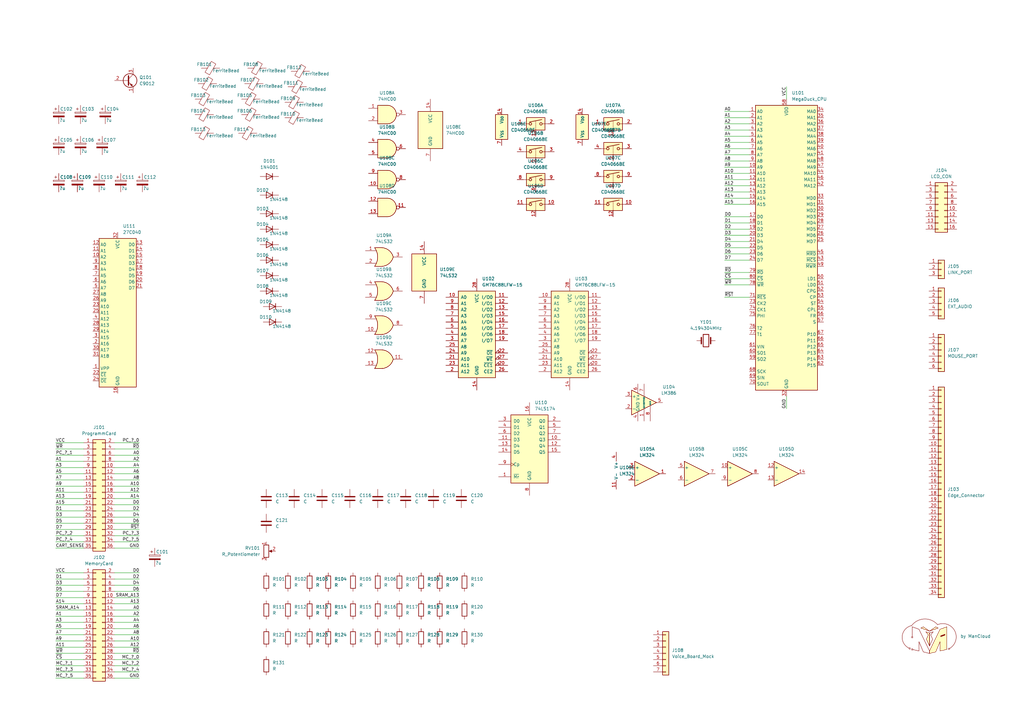
<source format=kicad_sch>
(kicad_sch (version 20250114) (generator "eeschema") (generator_version "9.0")
  (paper "A3")
  (title_block (title "MegaDuck - SJC - Main Board") (date "2025-12-12") (rev "v20251212") (company "ManCloud"))
  (wire (pts (xy 297.18 73.66) (xy 307.34 73.66)))
  (wire (pts (xy 307.34 88.9) (xy 297.18 88.9)))
  (wire (pts (xy 22.86 242.57) (xy 34.29 242.57)))
  (wire (pts (xy 46.99 191.77) (xy 57.15 191.77)))
  (wire (pts (xy 46.99 201.93) (xy 57.15 201.93)))
  (wire (pts (xy 22.86 265.43) (xy 34.29 265.43)))
  (wire (pts (xy 46.99 260.35) (xy 57.15 260.35)))
  (wire (pts (xy 46.99 181.61) (xy 57.15 181.61)))
  (wire (pts (xy 46.99 186.69) (xy 57.15 186.69)))
  (wire (pts (xy 322.58 162.56) (xy 322.58 167.64)))
  (wire (pts (xy 46.99 222.25) (xy 57.15 222.25)))
  (wire (pts (xy 22.86 209.55) (xy 34.29 209.55)))
  (wire (pts (xy 46.99 196.85) (xy 57.15 196.85)))
  (wire (pts (xy 307.34 58.42) (xy 297.18 58.42)))
  (wire (pts (xy 22.86 240.03) (xy 34.29 240.03)))
  (wire (pts (xy 46.99 224.79) (xy 57.15 224.79)))
  (wire (pts (xy 46.99 204.47) (xy 57.15 204.47)))
  (wire (pts (xy 46.99 270.51) (xy 57.15 270.51)))
  (wire (pts (xy 22.86 194.31) (xy 34.29 194.31)))
  (wire (pts (xy 46.99 219.71) (xy 57.15 219.71)))
  (wire (pts (xy 46.99 255.27) (xy 57.15 255.27)))
  (wire (pts (xy 22.86 219.71) (xy 34.29 219.71)))
  (wire (pts (xy 22.86 250.19) (xy 34.29 250.19)))
  (wire (pts (xy 46.99 214.63) (xy 57.15 214.63)))
  (wire (pts (xy 46.99 199.39) (xy 57.15 199.39)))
  (wire (pts (xy 22.86 278.13) (xy 34.29 278.13)))
  (wire (pts (xy 297.18 83.82) (xy 307.34 83.82)))
  (wire (pts (xy 22.86 207.01) (xy 34.29 207.01)))
  (wire (pts (xy 46.99 247.65) (xy 57.15 247.65)))
  (wire (pts (xy 297.18 114.3) (xy 307.34 114.3)))
  (wire (pts (xy 297.18 106.68) (xy 307.34 106.68)))
  (wire (pts (xy 22.86 257.81) (xy 34.29 257.81)))
  (wire (pts (xy 22.86 252.73) (xy 34.29 252.73)))
  (wire (pts (xy 22.86 273.05) (xy 34.29 273.05)))
  (wire (pts (xy 46.99 189.23) (xy 57.15 189.23)))
  (wire (pts (xy 307.34 99.06) (xy 297.18 99.06)))
  (wire (pts (xy 22.86 181.61) (xy 34.29 181.61)))
  (wire (pts (xy 307.34 45.72) (xy 297.18 45.72)))
  (wire (pts (xy 22.86 247.65) (xy 34.29 247.65)))
  (wire (pts (xy 22.86 189.23) (xy 34.29 189.23)))
  (wire (pts (xy 46.99 217.17) (xy 57.15 217.17)))
  (wire (pts (xy 22.86 186.69) (xy 34.29 186.69)))
  (wire (pts (xy 22.86 224.79) (xy 34.29 224.79)))
  (wire (pts (xy 307.34 60.96) (xy 297.18 60.96)))
  (wire (pts (xy 46.99 278.13) (xy 57.15 278.13)))
  (wire (pts (xy 22.86 245.11) (xy 34.29 245.11)))
  (wire (pts (xy 297.18 78.74) (xy 307.34 78.74)))
  (wire (pts (xy 46.99 207.01) (xy 57.15 207.01)))
  (wire (pts (xy 307.34 48.26) (xy 297.18 48.26)))
  (wire (pts (xy 307.34 66.04) (xy 297.18 66.04)))
  (wire (pts (xy 22.86 237.49) (xy 34.29 237.49)))
  (wire (pts (xy 322.58 35.56) (xy 322.58 40.64)))
  (wire (pts (xy 46.99 262.89) (xy 57.15 262.89)))
  (wire (pts (xy 22.86 255.27) (xy 34.29 255.27)))
  (wire (pts (xy 46.99 273.05) (xy 57.15 273.05)))
  (wire (pts (xy 46.99 212.09) (xy 57.15 212.09)))
  (wire (pts (xy 297.18 116.84) (xy 307.34 116.84)))
  (wire (pts (xy 307.34 53.34) (xy 297.18 53.34)))
  (wire (pts (xy 307.34 121.92) (xy 297.18 121.92)))
  (wire (pts (xy 297.18 76.2) (xy 307.34 76.2)))
  (wire (pts (xy 46.99 240.03) (xy 57.15 240.03)))
  (wire (pts (xy 46.99 245.11) (xy 57.15 245.11)))
  (wire (pts (xy 22.86 217.17) (xy 34.29 217.17)))
  (wire (pts (xy 307.34 50.8) (xy 297.18 50.8)))
  (wire (pts (xy 22.86 270.51) (xy 34.29 270.51)))
  (wire (pts (xy 46.99 209.55) (xy 57.15 209.55)))
  (wire (pts (xy 22.86 204.47) (xy 34.29 204.47)))
  (wire (pts (xy 22.86 191.77) (xy 34.29 191.77)))
  (wire (pts (xy 297.18 101.6) (xy 307.34 101.6)))
  (wire (pts (xy 22.86 260.35) (xy 34.29 260.35)))
  (wire (pts (xy 297.18 71.12) (xy 307.34 71.12)))
  (wire (pts (xy 22.86 267.97) (xy 34.29 267.97)))
  (wire (pts (xy 46.99 237.49) (xy 57.15 237.49)))
  (wire (pts (xy 46.99 275.59) (xy 57.15 275.59)))
  (wire (pts (xy 307.34 63.5) (xy 297.18 63.5)))
  (wire (pts (xy 22.86 222.25) (xy 34.29 222.25)))
  (wire (pts (xy 22.86 199.39) (xy 34.29 199.39)))
  (wire (pts (xy 297.18 81.28) (xy 307.34 81.28)))
  (wire (pts (xy 22.86 212.09) (xy 34.29 212.09)))
  (wire (pts (xy 22.86 184.15) (xy 34.29 184.15)))
  (wire (pts (xy 307.34 68.58) (xy 297.18 68.58)))
  (wire (pts (xy 46.99 267.97) (xy 57.15 267.97)))
  (wire (pts (xy 307.34 111.76) (xy 297.18 111.76)))
  (wire (pts (xy 307.34 55.88) (xy 297.18 55.88)))
  (wire (pts (xy 307.34 104.14) (xy 297.18 104.14)))
  (wire (pts (xy 46.99 252.73) (xy 57.15 252.73)))
  (wire (pts (xy 46.99 250.19) (xy 57.15 250.19)))
  (wire (pts (xy 46.99 257.81) (xy 57.15 257.81)))
  (wire (pts (xy 46.99 234.95) (xy 57.15 234.95)))
  (wire (pts (xy 297.18 96.52) (xy 307.34 96.52)))
  (wire (pts (xy 46.99 265.43) (xy 57.15 265.43)))
  (wire (pts (xy 22.86 262.89) (xy 34.29 262.89)))
  (wire (pts (xy 46.99 194.31) (xy 57.15 194.31)))
  (wire (pts (xy 297.18 91.44) (xy 307.34 91.44)))
  (wire (pts (xy 22.86 275.59) (xy 34.29 275.59)))
  (wire (pts (xy 22.86 196.85) (xy 34.29 196.85)))
  (wire (pts (xy 22.86 234.95) (xy 34.29 234.95)))
  (wire (pts (xy 46.99 242.57) (xy 57.15 242.57)))
  (wire (pts (xy 22.86 214.63) (xy 34.29 214.63)))
  (wire (pts (xy 307.34 93.98) (xy 297.18 93.98)))
  (wire (pts (xy 22.86 201.93) (xy 34.29 201.93)))
  (wire (pts (xy 46.99 184.15) (xy 57.15 184.15)))
  (label "A2" (at 57.15 189.23 180))
  (label "D1" (at 22.86 237.49 0))
  (label "SRAM_A13" (at 57.15 245.11 180))
  (label "D4" (at 297.18 99.06 0))
  (label "GND" (at 57.15 224.79 180))
  (label "A0" (at 297.18 45.72 0))
  (label "A5" (at 22.86 194.31 0))
  (label "A7" (at 22.86 196.85 0))
  (label "A14" (at 297.18 81.28 0))
  (label "A1" (at 22.86 252.73 0))
  (label "MC_?_4" (at 57.15 275.59 180))
  (label "A4" (at 57.15 191.77 180))
  (label "MC_?_3" (at 22.86 275.59 0))
  (label "D0" (at 57.15 207.01 180))
  (label "D6" (at 297.18 104.14 0))
  (label "A3" (at 297.18 53.34 0))
  (label "A14" (at 57.15 204.47 180))
  (label "~{RD}" (at 297.18 111.76 0))
  (label "A5" (at 22.86 257.81 0))
  (label "A10" (at 57.15 262.89 180))
  (label "A10" (at 297.18 71.12 0))
  (label "CART_SENSE" (at 22.86 224.79 0))
  (label "A3" (at 22.86 255.27 0))
  (label "D5" (at 22.86 214.63 0))
  (label "PC_?_1" (at 22.86 186.69 0))
  (label "D7" (at 22.86 245.11 0))
  (label "A2" (at 297.18 50.8 0))
  (label "~{RD}" (at 57.15 184.15 180))
  (label "D3" (at 22.86 212.09 0))
  (label "A14" (at 22.86 247.65 0))
  (label "D2" (at 57.15 209.55 180))
  (label "A11" (at 22.86 201.93 0))
  (label "D7" (at 297.18 106.68 0))
  (label "D4" (at 57.15 212.09 180))
  (label "A4" (at 297.18 55.88 0))
  (label "PC_?_0" (at 57.15 181.61 180))
  (label "D3" (at 22.86 240.03 0))
  (label "PC_?_2" (at 22.86 219.71 0))
  (label "MC_?_2" (at 57.15 273.05 180))
  (label "A12" (at 297.18 76.2 0))
  (label "A15" (at 297.18 83.82 0))
  (label "A11" (at 22.86 265.43 0))
  (label "D5" (at 297.18 101.6 0))
  (label "GND" (at 322.58 167.64 90))
  (label "A9" (at 22.86 262.89 0))
  (label "A3" (at 22.86 191.77 0))
  (label "A8" (at 297.18 66.04 0))
  (label "D2" (at 297.18 93.98 0))
  (label "A5" (at 297.18 58.42 0))
  (label "A13" (at 57.15 247.65 180))
  (label "A2" (at 57.15 252.73 180))
  (label "A15" (at 22.86 207.01 0))
  (label "A8" (at 57.15 260.35 180))
  (label "A6" (at 57.15 194.31 180))
  (label "A7" (at 297.18 63.5 0))
  (label "VCC" (at 22.86 181.61 0))
  (label "VCC" (at 322.58 35.56 270))
  (label "VCC" (at 22.86 234.95 0))
  (label "D7" (at 22.86 217.17 0))
  (label "D1" (at 22.86 209.55 0))
  (label "PC_?_3" (at 57.15 219.71 180))
  (label "A1" (at 297.18 48.26 0))
  (label "SRAM_A14" (at 22.86 250.19 0))
  (label "D1" (at 297.18 91.44 0))
  (label "D4" (at 57.15 240.03 180))
  (label "~{RST}" (at 57.15 217.17 180))
  (label "A11" (at 297.18 73.66 0))
  (label "D5" (at 22.86 242.57 0))
  (label "D0" (at 57.15 234.95 180))
  (label "~{WR}" (at 297.18 116.84 0))
  (label "A7" (at 22.86 260.35 0))
  (label "A8" (at 57.15 196.85 180))
  (label "GND" (at 57.15 278.13 180))
  (label "A0" (at 57.15 186.69 180))
  (label "A4" (at 57.15 255.27 180))
  (label "A6" (at 57.15 257.81 180))
  (label "PC_?_5" (at 57.15 222.25 180))
  (label "A12" (at 57.15 201.93 180))
  (label "A0" (at 57.15 250.19 180))
  (label "MC_?_1" (at 22.86 273.05 0))
  (label "A10" (at 57.15 199.39 180))
  (label "A1" (at 22.86 189.23 0))
  (label "A13" (at 297.18 78.74 0))
  (label "~{RD}" (at 57.15 267.97 180))
  (label "A12" (at 57.15 265.43 180))
  (label "A9" (at 297.18 68.58 0))
  (label "PC_?_4" (at 22.86 222.25 0))
  (label "~{CS}" (at 22.86 270.51 0))
  (label "D3" (at 297.18 96.52 0))
  (label "~{CS}" (at 297.18 114.3 0))
  (label "A13" (at 22.86 204.47 0))
  (label "D6" (at 57.15 214.63 180))
  (label "~{RST}" (at 297.18 121.92 0))
  (label "~{WR}" (at 22.86 267.97 0))
  (label "~{WR}" (at 22.86 184.15 0))
  (label "MC_?_5" (at 22.86 278.13 0))
  (label "MC_?_0" (at 57.15 270.51 180))
  (label "D6" (at 57.15 242.57 180))
  (label "D0" (at 297.18 88.9 0))
  (label "A9" (at 22.86 199.39 0))
  (label "A6" (at 297.18 60.96 0))
  (label "D2" (at 57.15 237.49 180))
  (symbol (lib_id "Device:R") (at 118.11 250.19 0) (unit 1)
    (property "Reference" "R112" (at 120.65 248.9199 0) (effects (justify left)))
    (property "Value" "R" (at 120.65 251.4599 0) (effects (justify left)))
    (property "Description" "Resistor" (effects (hide yes)))
  )
  (symbol (lib_id "74xx:74LS32") (at 157.48 133.35 0) (unit 3)
    (property "Reference" "U109" (at 157.48 124.46 0))
    (property "Value" "74LS32" (at 157.48 127 0))
    (property "Datasheet" "http://www.ti.com/lit/gpn/sn74LS32" (effects (hide yes)))
    (property "Description" "Quad 2-input OR" (effects (hide yes)))
  )
  (symbol (lib_id "Device:C_Polarized") (at 33.02 46.99 0) (unit 1)
    (property "Reference" "C103" (at 33.528 44.704 0) (effects (justify left)))
    (property "Value" "?u" (at 33.274 49.276 0) (effects (justify left)))
    (property "Description" "Polarized capacitor" (effects (hide yes)))
  )
  (symbol (lib_id "Device:C") (at 109.22 204.47 0) (unit 1)
    (property "Reference" "C113" (at 113.03 203.1999 0) (effects (justify left)))
    (property "Value" "C" (at 113.03 205.7399 0) (effects (justify left)))
    (property "Description" "Unpolarized capacitor" (effects (hide yes)))
  )
  (symbol (lib_id "Connector_Generic:Conn_02x08_Odd_Even") (at 384.81 83.82 0) (unit 1)
    (property "Reference" "J104" (at 386.08 69.85 0))
    (property "Value" "LCD_CON" (at 386.08 72.39 0))
    (property "Description" "Generic connector, double row, 02x08, odd/even pin numbering scheme (row 1 odd numbers, row 2 even numbers), script generated (kicad-library-utils/schlib/autogen/connector/)" (effects (hide yes)))
  )
  (symbol (lib_id "Device:C_Polarized") (at 58.42 74.93 0) (unit 1)
    (property "Reference" "C112" (at 58.928 72.644 0) (effects (justify left)))
    (property "Value" "?u" (at 58.674 77.216 0) (effects (justify left)))
    (property "Description" "Polarized capacitor" (effects (hide yes)))
  )
  (symbol (lib_id "Device:R") (at 118.11 261.62 0) (unit 1)
    (property "Reference" "R122" (at 120.65 260.3499 0) (effects (justify left)))
    (property "Value" "R" (at 120.65 262.8899 0) (effects (justify left)))
    (property "Description" "Resistor" (effects (hide yes)))
  )
  (symbol (lib_id "Device:C") (at 132.08 204.47 0) (unit 1)
    (property "Reference" "C115" (at 135.89 203.1999 0) (effects (justify left)))
    (property "Value" "C" (at 135.89 205.7399 0) (effects (justify left)))
    (property "Description" "Unpolarized capacitor" (effects (hide yes)))
  )
  (symbol (lib_id "Device:C_Polarized") (at 24.13 46.99 0) (unit 1)
    (property "Reference" "C102" (at 24.638 44.704 0) (effects (justify left)))
    (property "Value" "?u" (at 24.384 49.276 0) (effects (justify left)))
    (property "Description" "Polarized capacitor" (effects (hide yes)))
  )
  (symbol (lib_id "Gekkio_GameBoy:GameBoy_SRAM_64K") (at 195.58 137.16 0) (unit 1)
    (property "Reference" "U102" (at 197.7233 114.3 0) (effects (justify left)))
    (property "Value" "GM76C88LFW-15" (at 197.7233 116.84 0) (effects (justify left)))
    (property "Footprint" "Gekkio_GameBoy:SOP-28_8.6x18mm_Pitch1.27mm" (effects (hide yes)))
    (property "Description" "Game Boy SRAM chip, 64 Kbit (8 Kb x 8)" (effects (hide yes)))
  )
  (symbol (lib_id "Amplifier_Operational:LM324") (at 255.27 193.04 0) (unit 5)
    (property "Reference" "U105" (at 254 191.7699 0) (effects (justify left)))
    (property "Value" "LM324" (at 254 194.3099 0) (effects (justify left)))
    (property "Datasheet" "http://www.ti.com/lit/ds/symlink/lm2902-n.pdf" (effects (hide yes)))
    (property "Description" "Low-Power, Quad-Operational Amplifiers, DIP-14/SOIC-14/SSOP-14" (effects (hide yes)))
  )
  (symbol (lib_id "Device:R") (at 134.62 250.19 0) (unit 1)
    (property "Reference" "R114" (at 137.16 248.9199 0) (effects (justify left)))
    (property "Value" "R" (at 137.16 251.4599 0) (effects (justify left)))
    (property "Description" "Resistor" (effects (hide yes)))
  )
  (symbol (lib_id "Device:R") (at 144.78 261.62 0) (unit 1)
    (property "Reference" "R125" (at 147.32 260.3499 0) (effects (justify left)))
    (property "Value" "R" (at 147.32 262.8899 0) (effects (justify left)))
    (property "Description" "Resistor" (effects (hide yes)))
  )
  (symbol (lib_id "Diode:1N4148") (at 110.49 119.38 180) (unit 1)
    (property "Reference" "D108" (at 107.696 117.348 0))
    (property "Value" "1N4148" (at 114.3 121.158 0))
    (property "Footprint" "Diode_THT:D_DO-35_SOD27_P7.62mm_Horizontal" (effects (hide yes)))
    (property "Datasheet" "https://assets.nexperia.com/documents/data-sheet/1N4148_1N4448.pdf" (effects (hide yes)))
    (property "Description" "100V 0.15A standard switching diode, DO-35" (effects (hide yes)))
    (property "Sim.Device" "D" (effects (hide yes)))
    (property "Sim.Pins" "1=K 2=A" (effects (hide yes)))
  )
  (symbol (lib_id "Device:R") (at 154.94 250.19 0) (unit 1)
    (property "Reference" "R116" (at 157.48 248.9199 0) (effects (justify left)))
    (property "Value" "R" (at 157.48 251.4599 0) (effects (justify left)))
    (property "Description" "Resistor" (effects (hide yes)))
  )
  (symbol (lib_id "Device:FerriteBead") (at 120.65 48.26 90) (unit 1)
    (property "Reference" "FB110" (at 118.11 46.736 90))
    (property "Value" "FerriteBead" (at 127 49.276 90))
    (property "Description" "Ferrite bead" (effects (hide yes)))
  )
  (symbol (lib_id "Device:R") (at 172.72 238.76 0) (unit 1)
    (property "Reference" "R108" (at 175.26 237.4899 0) (effects (justify left)))
    (property "Value" "R" (at 175.26 240.0299 0) (effects (justify left)))
    (property "Description" "Resistor" (effects (hide yes)))
  )
  (symbol (lib_id "Device:R") (at 109.22 238.76 0) (unit 1)
    (property "Reference" "R101" (at 111.76 237.4899 0) (effects (justify left)))
    (property "Value" "R" (at 111.76 240.0299 0) (effects (justify left)))
    (property "Description" "Resistor" (effects (hide yes)))
  )
  (symbol (lib_id "Device:FerriteBead") (at 121.92 35.56 90) (unit 1)
    (property "Reference" "FB111" (at 119.38 34.036 90))
    (property "Value" "FerriteBead" (at 128.27 36.576 90))
    (property "Description" "Ferrite bead" (effects (hide yes)))
  )
  (symbol (lib_id "Device:R") (at 154.94 261.62 0) (unit 1)
    (property "Reference" "R126" (at 157.48 260.3499 0) (effects (justify left)))
    (property "Value" "R" (at 157.48 262.8899 0) (effects (justify left)))
    (property "Description" "Resistor" (effects (hide yes)))
  )
  (symbol (lib_id "Connector_Generic:Conn_02x18_Odd_Even") (at 39.37 201.93 0) (unit 1)
    (property "Reference" "J101" (at 40.64 175.26 0))
    (property "Value" "ProgrammCard" (at 40.64 177.8 0))
    (property "Description" "Generic connector, double row, 02x18, odd/even pin numbering scheme (row 1 odd numbers, row 2 even numbers), script generated (kicad-library-utils/schlib/autogen/connector/)" (effects (hide yes)))
  )
  (symbol (lib_id "Diode:1N4148") (at 110.49 106.68 180) (unit 1)
    (property "Reference" "D106" (at 107.696 104.648 0))
    (property "Value" "1N4148" (at 114.3 108.458 0))
    (property "Footprint" "Diode_THT:D_DO-35_SOD27_P7.62mm_Horizontal" (effects (hide yes)))
    (property "Datasheet" "https://assets.nexperia.com/documents/data-sheet/1N4148_1N4448.pdf" (effects (hide yes)))
    (property "Description" "100V 0.15A standard switching diode, DO-35" (effects (hide yes)))
    (property "Sim.Device" "D" (effects (hide yes)))
    (property "Sim.Pins" "1=K 2=A" (effects (hide yes)))
  )
  (symbol (lib_id "Device:C_Polarized") (at 63.5 228.6 0) (unit 1)
    (property "Reference" "C101" (at 64.008 226.314 0) (effects (justify left)))
    (property "Value" "?u" (at 63.754 230.886 0) (effects (justify left)))
    (property "Description" "Polarized capacitor" (effects (hide yes)))
  )
  (symbol (lib_id "Gekkio_CPU_Nintendo:GameBoy_CPU_DMG") (at 322.58 101.6 0) (unit 1)
    (property "Reference" "U101" (at 324.7233 38.1 0) (effects (justify left)))
    (property "Value" "MegaDuck_CPU" (at 324.7233 40.64 0) (effects (justify left)))
    (property "Footprint" "Gekkio_Package_QFP:Sharp_QFP-80_14x20mm_P0.8mm" (effects (hide yes)))
    (property "Description" "CPU, original Game Boy (DMG), QFP-80" (effects (hide yes)))
  )
  (symbol (lib_id "Device:R") (at 190.5 261.62 0) (unit 1)
    (property "Reference" "R130" (at 193.04 260.3499 0) (effects (justify left)))
    (property "Value" "R" (at 193.04 262.8899 0) (effects (justify left)))
    (property "Description" "Resistor" (effects (hide yes)))
  )
  (symbol (lib_id "Device:FerriteBead") (at 102.87 40.64 90) (unit 1)
    (property "Reference" "FB105" (at 100.33 39.116 90))
    (property "Value" "FerriteBead" (at 109.22 41.656 90))
    (property "Description" "Ferrite bead" (effects (hide yes)))
  )
  (symbol (lib_id "Device:R") (at 180.34 238.76 0) (unit 1)
    (property "Reference" "R109" (at 182.88 237.4899 0) (effects (justify left)))
    (property "Value" "R" (at 182.88 240.0299 0) (effects (justify left)))
    (property "Description" "Resistor" (effects (hide yes)))
  )
  (symbol (lib_id "Device:C_Polarized") (at 24.13 74.93 0) (unit 1)
    (property "Reference" "C108" (at 24.638 72.644 0) (effects (justify left)))
    (property "Value" "?u" (at 24.384 77.216 0) (effects (justify left)))
    (property "Description" "Polarized capacitor" (effects (hide yes)))
  )
  (symbol (lib_id "Device:C") (at 189.23 204.47 0) (unit 1)
    (property "Reference" "C120" (at 193.04 203.1999 0) (effects (justify left)))
    (property "Value" "C" (at 193.04 205.7399 0) (effects (justify left)))
    (property "Description" "Unpolarized capacitor" (effects (hide yes)))
  )
  (symbol (lib_id "Device:R") (at 180.34 261.62 0) (unit 1)
    (property "Reference" "R129" (at 182.88 260.3499 0) (effects (justify left)))
    (property "Value" "R" (at 182.88 262.8899 0) (effects (justify left)))
    (property "Description" "Resistor" (effects (hide yes)))
  )
  (symbol (lib_id "Device:R") (at 109.22 250.19 0) (unit 1)
    (property "Reference" "R111" (at 111.76 248.9199 0) (effects (justify left)))
    (property "Value" "R" (at 111.76 251.4599 0) (effects (justify left)))
    (property "Description" "Resistor" (effects (hide yes)))
  )
  (symbol (lib_id "Device:R_Potentiometer") (at 109.22 226.06 0) (unit 1)
    (property "Reference" "RV101" (at 106.68 224.7899 0) (effects (justify right)))
    (property "Value" "R_Potentiometer" (at 106.68 227.3299 0) (effects (justify right)))
    (property "Description" "Potentiometer" (effects (hide yes)))
  )
  (symbol (lib_id "Gekkio_GameBoy:GameBoy_SRAM_64K") (at 233.68 137.16 0) (unit 1)
    (property "Reference" "U103" (at 235.8233 114.3 0) (effects (justify left)))
    (property "Value" "GM76C88LFW-15" (at 235.8233 116.84 0) (effects (justify left)))
    (property "Footprint" "Gekkio_GameBoy:SOP-28_8.6x18mm_Pitch1.27mm" (effects (hide yes)))
    (property "Description" "Game Boy SRAM chip, 64 Kbit (8 Kb x 8)" (effects (hide yes)))
  )
  (symbol (lib_id "Device:R") (at 163.83 261.62 0) (unit 1)
    (property "Reference" "R127" (at 166.37 260.3499 0) (effects (justify left)))
    (property "Value" "R" (at 166.37 262.8899 0) (effects (justify left)))
    (property "Description" "Resistor" (effects (hide yes)))
  )
  (symbol (lib_id "74xx:74LS32") (at 157.48 119.38 0) (unit 2)
    (property "Reference" "U109" (at 157.48 110.49 0))
    (property "Value" "74LS32" (at 157.48 113.03 0))
    (property "Datasheet" "http://www.ti.com/lit/gpn/sn74LS32" (effects (hide yes)))
    (property "Description" "Quad 2-input OR" (effects (hide yes)))
  )
  (symbol (lib_id "Diode:1N4148") (at 110.49 80.01 180) (unit 1)
    (property "Reference" "D102" (at 107.696 77.978 0))
    (property "Value" "1N4148" (at 114.3 81.788 0))
    (property "Footprint" "Diode_THT:D_DO-35_SOD27_P7.62mm_Horizontal" (effects (hide yes)))
    (property "Datasheet" "https://assets.nexperia.com/documents/data-sheet/1N4148_1N4448.pdf" (effects (hide yes)))
    (property "Description" "100V 0.15A standard switching diode, DO-35" (effects (hide yes)))
    (property "Sim.Device" "D" (effects (hide yes)))
    (property "Sim.Pins" "1=K 2=A" (effects (hide yes)))
  )
  (symbol (lib_id "Device:R") (at 163.83 238.76 0) (unit 1)
    (property "Reference" "R107" (at 166.37 237.4899 0) (effects (justify left)))
    (property "Value" "R" (at 166.37 240.0299 0) (effects (justify left)))
    (property "Description" "Resistor" (effects (hide yes)))
  )
  (symbol (lib_id "Device:C_Polarized") (at 24.13 59.69 0) (unit 1)
    (property "Reference" "C105" (at 24.638 57.404 0) (effects (justify left)))
    (property "Value" "?u" (at 24.384 61.976 0) (effects (justify left)))
    (property "Description" "Polarized capacitor" (effects (hide yes)))
  )
  (symbol (lib_id "Analog_Switch:CD4066BE") (at 219.71 50.8 0) (unit 1)
    (property "Reference" "U106" (at 219.71 43.18 0))
    (property "Value" "CD4066BE" (at 219.71 45.72 0))
    (property "Footprint" "Package_DIP:DIP-14_W7.62mm" (effects (hide yes)))
    (property "Datasheet" "https://www.ti.com/lit/ds/symlink/cd4066b.pdf" (effects (hide yes)))
    (property "Description" "Quad 20V analog SPST 1:1 switch, DIP-14" (effects (hide yes)))
  )
  (symbol (lib_id "Diode:1N4001") (at 110.49 72.39 0) (mirror y) (unit 1)
    (property "Reference" "D101" (at 110.49 66.04 0))
    (property "Value" "1N4001" (at 110.49 68.58 0))
    (property "Footprint" "Diode_THT:D_DO-41_SOD81_P10.16mm_Horizontal" (effects (hide yes)))
    (property "Datasheet" "http://www.vishay.com/docs/88503/1n4001.pdf" (effects (hide yes)))
    (property "Description" "50V 1A General Purpose Rectifier Diode, DO-41" (effects (hide yes)))
    (property "Sim.Device" "D" (effects (hide yes)))
    (property "Sim.Pins" "1=K 2=A" (effects (hide yes)))
  )
  (symbol (lib_id "Device:R") (at 190.5 250.19 0) (unit 1)
    (property "Reference" "R120" (at 193.04 248.9199 0) (effects (justify left)))
    (property "Value" "R" (at 193.04 251.4599 0) (effects (justify left)))
    (property "Description" "Resistor" (effects (hide yes)))
  )
  (symbol (lib_id "Device:R") (at 190.5 238.76 0) (unit 1)
    (property "Reference" "R110" (at 193.04 237.4899 0) (effects (justify left)))
    (property "Value" "R" (at 193.04 240.0299 0) (effects (justify left)))
    (property "Description" "Resistor" (effects (hide yes)))
  )
  (symbol (lib_id "Device:R") (at 127 238.76 0) (unit 1)
    (property "Reference" "R103" (at 129.54 237.4899 0) (effects (justify left)))
    (property "Value" "R" (at 129.54 240.0299 0) (effects (justify left)))
    (property "Description" "Resistor" (effects (hide yes)))
  )
  (symbol (lib_id "Analog_Switch:CD4066BE") (at 251.46 50.8 0) (unit 1)
    (property "Reference" "U107" (at 251.46 43.18 0))
    (property "Value" "CD4066BE" (at 251.46 45.72 0))
    (property "Footprint" "Package_DIP:DIP-14_W7.62mm" (effects (hide yes)))
    (property "Datasheet" "https://www.ti.com/lit/ds/symlink/cd4066b.pdf" (effects (hide yes)))
    (property "Description" "Quad 20V analog SPST 1:1 switch, DIP-14" (effects (hide yes)))
  )
  (symbol (lib_id "Analog_Switch:CD4066BE") (at 219.71 73.66 0) (unit 3)
    (property "Reference" "U106" (at 219.71 66.04 0))
    (property "Value" "CD4066BE" (at 219.71 68.58 0))
    (property "Footprint" "Package_DIP:DIP-14_W7.62mm" (effects (hide yes)))
    (property "Datasheet" "https://www.ti.com/lit/ds/symlink/cd4066b.pdf" (effects (hide yes)))
    (property "Description" "Quad 20V analog SPST 1:1 switch, DIP-14" (effects (hide yes)))
  )
  (symbol (lib_id "Device:FerriteBead") (at 104.14 34.29 90) (unit 1)
    (property "Reference" "FB107" (at 101.6 32.766 90))
    (property "Value" "FerriteBead" (at 110.49 35.306 90))
    (property "Description" "Ferrite bead" (effects (hide yes)))
  )
  (symbol (lib_id "Device:FerriteBead") (at 120.65 41.91 90) (unit 1)
    (property "Reference" "FB109" (at 118.11 40.386 90))
    (property "Value" "FerriteBead" (at 127 42.926 90))
    (property "Description" "Ferrite bead" (effects (hide yes)))
  )
  (symbol (lib_id "Analog_Switch:CD4066BE") (at 238.76 52.07 0) (unit 5)
    (property "Reference" "U107" (at 242.57 50.7999 0) (effects (justify left)))
    (property "Value" "CD4066BE" (at 242.57 53.3399 0) (effects (justify left)))
    (property "Footprint" "Package_DIP:DIP-14_W7.62mm" (effects (hide yes)))
    (property "Datasheet" "https://www.ti.com/lit/ds/symlink/cd4066b.pdf" (effects (hide yes)))
    (property "Description" "Quad 20V analog SPST 1:1 switch, DIP-14" (effects (hide yes)))
  )
  (symbol (lib_id "Diode:1N4148") (at 110.49 87.63 180) (unit 1)
    (property "Reference" "D103" (at 107.696 85.598 0))
    (property "Value" "1N4148" (at 114.3 89.408 0))
    (property "Footprint" "Diode_THT:D_DO-35_SOD27_P7.62mm_Horizontal" (effects (hide yes)))
    (property "Datasheet" "https://assets.nexperia.com/documents/data-sheet/1N4148_1N4448.pdf" (effects (hide yes)))
    (property "Description" "100V 0.15A standard switching diode, DO-35" (effects (hide yes)))
    (property "Sim.Device" "D" (effects (hide yes)))
    (property "Sim.Pins" "1=K 2=A" (effects (hide yes)))
  )
  (symbol (lib_id "Device:FerriteBead") (at 83.82 46.99 90) (unit 1)
    (property "Reference" "FB104" (at 81.28 45.466 90))
    (property "Value" "FerriteBead" (at 90.17 48.006 90))
    (property "Description" "Ferrite bead" (effects (hide yes)))
  )
  (symbol (lib_id "Memory_EPROM:27C040") (at 48.26 128.27 0) (unit 1)
    (property "Reference" "U111" (at 50.4033 92.71 0) (effects (justify left)))
    (property "Value" "27C040" (at 50.4033 95.25 0) (effects (justify left)))
    (property "Datasheet" "http://ww1.microchip.com/downloads/en/devicedoc/doc0189.pdf" (effects (hide yes)))
    (property "Description" "OTP EPROM 4 MiBit (512 Ki x 8)" (effects (hide yes)))
  )
  (symbol (lib_id "Transistor_BJT:Q_PNP_EBC") (at 52.07 33.02 0) (unit 1)
    (property "Reference" "Q101" (at 57.15 31.7499 0) (effects (justify left)))
    (property "Value" "C9012" (at 57.15 34.2899 0) (effects (justify left)))
    (property "Description" "PNP transistor, emitter/base/collector" (effects (hide yes)))
  )
  (symbol (lib_id "Connector_Generic:Conn_01x07") (at 273.05 267.97 0) (unit 1)
    (property "Reference" "J108" (at 275.59 266.6999 0) (effects (justify left)))
    (property "Value" "Voice_Board_Mock" (at 275.59 269.2399 0) (effects (justify left)))
    (property "Description" "Generic connector, single row, 01x07, script generated (kicad-library-utils/schlib/autogen/connector/)" (effects (hide yes)))
  )
  (symbol (lib_id "Device:C_Polarized") (at 40.64 74.93 0) (unit 1)
    (property "Reference" "C110" (at 41.148 72.644 0) (effects (justify left)))
    (property "Value" "?u" (at 40.894 77.216 0) (effects (justify left)))
    (property "Description" "Polarized capacitor" (effects (hide yes)))
  )
  (symbol (lib_id "Device:R") (at 109.22 261.62 0) (unit 1)
    (property "Reference" "R121" (at 111.76 260.3499 0) (effects (justify left)))
    (property "Value" "R" (at 111.76 262.8899 0) (effects (justify left)))
    (property "Description" "Resistor" (effects (hide yes)))
  )
  (symbol (lib_id "Diode:1N4148") (at 110.49 93.98 180) (unit 1)
    (property "Reference" "D104" (at 107.696 91.948 0))
    (property "Value" "1N4148" (at 114.3 95.758 0))
    (property "Footprint" "Diode_THT:D_DO-35_SOD27_P7.62mm_Horizontal" (effects (hide yes)))
    (property "Datasheet" "https://assets.nexperia.com/documents/data-sheet/1N4148_1N4448.pdf" (effects (hide yes)))
    (property "Description" "100V 0.15A standard switching diode, DO-35" (effects (hide yes)))
    (property "Sim.Device" "D" (effects (hide yes)))
    (property "Sim.Pins" "1=K 2=A" (effects (hide yes)))
  )
  (symbol (lib_id "Device:Crystal") (at 289.56 139.7 0) (unit 1)
    (property "Reference" "Y101" (at 289.56 132.08 0))
    (property "Value" "4.194304MHz" (at 289.56 134.62 0))
    (property "Description" "Two pin crystal" (effects (hide yes)))
  )
  (symbol (lib_id "Device:R") (at 163.83 250.19 0) (unit 1)
    (property "Reference" "R117" (at 166.37 248.9199 0) (effects (justify left)))
    (property "Value" "R" (at 166.37 251.4599 0) (effects (justify left)))
    (property "Description" "Resistor" (effects (hide yes)))
  )
  (symbol (lib_id "Device:FerriteBead") (at 123.19 29.21 90) (unit 1)
    (property "Reference" "FB112" (at 120.65 27.686 90))
    (property "Value" "FerriteBead" (at 129.54 30.226 90))
    (property "Description" "Ferrite bead" (effects (hide yes)))
  )
  (symbol (lib_id "Amplifier_Operational:LM324") (at 303.53 194.31 0) (unit 3)
    (property "Reference" "U105" (at 303.53 184.15 0))
    (property "Value" "LM324" (at 303.53 186.69 0))
    (property "Datasheet" "http://www.ti.com/lit/ds/symlink/lm2902-n.pdf" (effects (hide yes)))
    (property "Description" "Low-Power, Quad-Operational Amplifiers, DIP-14/SOIC-14/SSOP-14" (effects (hide yes)))
  )
  (symbol (lib_id "Device:C_Polarized") (at 33.02 59.69 0) (unit 1)
    (property "Reference" "C106" (at 33.528 57.404 0) (effects (justify left)))
    (property "Value" "?u" (at 33.274 61.976 0) (effects (justify left)))
    (property "Description" "Polarized capacitor" (effects (hide yes)))
  )
  (symbol (lib_id "Device:R") (at 172.72 261.62 0) (unit 1)
    (property "Reference" "R128" (at 175.26 260.3499 0) (effects (justify left)))
    (property "Value" "R" (at 175.26 262.8899 0) (effects (justify left)))
    (property "Description" "Resistor" (effects (hide yes)))
  )
  (symbol (lib_id "Device:R") (at 144.78 238.76 0) (unit 1)
    (property "Reference" "R105" (at 147.32 237.4899 0) (effects (justify left)))
    (property "Value" "R" (at 147.32 240.0299 0) (effects (justify left)))
    (property "Description" "Resistor" (effects (hide yes)))
  )
  (symbol (lib_id "Analog_Switch:CD4066BE") (at 219.71 83.82 0) (unit 4)
    (property "Reference" "U106" (at 219.71 76.2 0))
    (property "Value" "CD4066BE" (at 219.71 78.74 0))
    (property "Footprint" "Package_DIP:DIP-14_W7.62mm" (effects (hide yes)))
    (property "Datasheet" "https://www.ti.com/lit/ds/symlink/cd4066b.pdf" (effects (hide yes)))
    (property "Description" "Quad 20V analog SPST 1:1 switch, DIP-14" (effects (hide yes)))
  )
  (symbol (lib_id "Device:FerriteBead") (at 85.09 34.29 90) (unit 1)
    (property "Reference" "FB102" (at 82.55 32.766 90))
    (property "Value" "FerriteBead" (at 91.44 35.306 90))
    (property "Description" "Ferrite bead" (effects (hide yes)))
  )
  (symbol (lib_id "Diode:1N4148") (at 110.49 100.33 180) (unit 1)
    (property "Reference" "D105" (at 107.696 98.298 0))
    (property "Value" "1N4148" (at 114.3 102.108 0))
    (property "Footprint" "Diode_THT:D_DO-35_SOD27_P7.62mm_Horizontal" (effects (hide yes)))
    (property "Datasheet" "https://assets.nexperia.com/documents/data-sheet/1N4148_1N4448.pdf" (effects (hide yes)))
    (property "Description" "100V 0.15A standard switching diode, DO-35" (effects (hide yes)))
    (property "Sim.Device" "D" (effects (hide yes)))
    (property "Sim.Pins" "1=K 2=A" (effects (hide yes)))
  )
  (symbol (lib_id "Analog_Switch:CD4066BE") (at 251.46 60.96 0) (unit 2)
    (property "Reference" "U107" (at 251.46 53.34 0))
    (property "Value" "CD4066BE" (at 251.46 55.88 0))
    (property "Footprint" "Package_DIP:DIP-14_W7.62mm" (effects (hide yes)))
    (property "Datasheet" "https://www.ti.com/lit/ds/symlink/cd4066b.pdf" (effects (hide yes)))
    (property "Description" "Quad 20V analog SPST 1:1 switch, DIP-14" (effects (hide yes)))
  )
  (symbol (lib_id "Device:R") (at 118.11 238.76 0) (unit 1)
    (property "Reference" "R102" (at 120.65 237.4899 0) (effects (justify left)))
    (property "Value" "R" (at 120.65 240.0299 0) (effects (justify left)))
    (property "Description" "Resistor" (effects (hide yes)))
  )
  (symbol (lib_id "Device:FerriteBead") (at 105.41 27.94 90) (unit 1)
    (property "Reference" "FB108" (at 102.87 26.416 90))
    (property "Value" "FerriteBead" (at 111.76 28.956 90))
    (property "Description" "Ferrite bead" (effects (hide yes)))
  )
  (symbol (lib_id "Device:C") (at 120.65 204.47 0) (unit 1)
    (property "Reference" "C114" (at 124.46 203.1999 0) (effects (justify left)))
    (property "Value" "C" (at 124.46 205.7399 0) (effects (justify left)))
    (property "Description" "Unpolarized capacitor" (effects (hide yes)))
  )
  (symbol (lib_id "74xx:74HC00") (at 176.53 53.34 0) (unit 5)
    (property "Reference" "U108" (at 182.88 52.0699 0) (effects (justify left)))
    (property "Value" "74HC00" (at 182.88 54.6099 0) (effects (justify left)))
    (property "Datasheet" "http://www.ti.com/lit/gpn/sn74hc00" (effects (hide yes)))
    (property "Description" "quad 2-input NAND gate" (effects (hide yes)))
  )
  (symbol (lib_id "Diode:1N4148") (at 111.76 132.08 180) (unit 1)
    (property "Reference" "D110" (at 108.966 130.048 0))
    (property "Value" "1N4148" (at 115.57 133.858 0))
    (property "Footprint" "Diode_THT:D_DO-35_SOD27_P7.62mm_Horizontal" (effects (hide yes)))
    (property "Datasheet" "https://assets.nexperia.com/documents/data-sheet/1N4148_1N4448.pdf" (effects (hide yes)))
    (property "Description" "100V 0.15A standard switching diode, DO-35" (effects (hide yes)))
    (property "Sim.Device" "D" (effects (hide yes)))
    (property "Sim.Pins" "1=K 2=A" (effects (hide yes)))
  )
  (symbol (lib_id "Device:R") (at 134.62 238.76 0) (unit 1)
    (property "Reference" "R104" (at 137.16 237.4899 0) (effects (justify left)))
    (property "Value" "R" (at 137.16 240.0299 0) (effects (justify left)))
    (property "Description" "Resistor" (effects (hide yes)))
  )
  (symbol (lib_id "Device:C") (at 154.94 204.47 0) (unit 1)
    (property "Reference" "C117" (at 158.75 203.1999 0) (effects (justify left)))
    (property "Value" "C" (at 158.75 205.7399 0) (effects (justify left)))
    (property "Description" "Unpolarized capacitor" (effects (hide yes)))
  )
  (symbol (lib_id "Device:FerriteBead") (at 101.6 54.61 90) (unit 1)
    (property "Reference" "FB114" (at 99.06 53.086 90))
    (property "Value" "FerriteBead" (at 107.95 55.626 90))
    (property "Description" "Ferrite bead" (effects (hide yes)))
  )
  (symbol (lib_id "Connector_Generic:Conn_01x03") (at 386.08 110.49 0) (unit 1)
    (property "Reference" "J105" (at 388.62 109.2199 0) (effects (justify left)))
    (property "Value" "LINK_PORT" (at 388.62 111.7599 0) (effects (justify left)))
    (property "Description" "Generic connector, single row, 01x03, script generated (kicad-library-utils/schlib/autogen/connector/)" (effects (hide yes)))
  )
  (symbol (lib_id "74xx:74HC00") (at 158.75 60.96 0) (unit 2)
    (property "Reference" "U108" (at 158.7417 52.07 0))
    (property "Value" "74HC00" (at 158.7417 54.61 0))
    (property "Datasheet" "http://www.ti.com/lit/gpn/sn74hc00" (effects (hide yes)))
    (property "Description" "quad 2-input NAND gate" (effects (hide yes)))
  )
  (symbol (lib_id "Device:R") (at 144.78 250.19 0) (unit 1)
    (property "Reference" "R115" (at 147.32 248.9199 0) (effects (justify left)))
    (property "Value" "R" (at 147.32 251.4599 0) (effects (justify left)))
    (property "Description" "Resistor" (effects (hide yes)))
  )
  (symbol (lib_id "Connector_Generic:Conn_01x05") (at 386.08 124.46 0) (unit 1)
    (property "Reference" "J106" (at 388.62 123.1899 0) (effects (justify left)))
    (property "Value" "EXT_AUDIO" (at 388.62 125.7299 0) (effects (justify left)))
    (property "Description" "Generic connector, single row, 01x05, script generated (kicad-library-utils/schlib/autogen/connector/)" (effects (hide yes)))
  )
  (symbol (lib_id "Amplifier_Operational:LM324") (at 322.58 194.31 0) (unit 4)
    (property "Reference" "U105" (at 322.58 184.15 0))
    (property "Value" "LM324" (at 322.58 186.69 0))
    (property "Datasheet" "http://www.ti.com/lit/ds/symlink/lm2902-n.pdf" (effects (hide yes)))
    (property "Description" "Low-Power, Quad-Operational Amplifiers, DIP-14/SOIC-14/SSOP-14" (effects (hide yes)))
  )
  (symbol (lib_id "Diode:1N4148") (at 110.49 113.03 180) (unit 1)
    (property "Reference" "D107" (at 107.696 110.998 0))
    (property "Value" "1N4148" (at 114.3 114.808 0))
    (property "Footprint" "Diode_THT:D_DO-35_SOD27_P7.62mm_Horizontal" (effects (hide yes)))
    (property "Datasheet" "https://assets.nexperia.com/documents/data-sheet/1N4148_1N4448.pdf" (effects (hide yes)))
    (property "Description" "100V 0.15A standard switching diode, DO-35" (effects (hide yes)))
    (property "Sim.Device" "D" (effects (hide yes)))
    (property "Sim.Pins" "1=K 2=A" (effects (hide yes)))
  )
  (symbol (lib_id "Device:R") (at 154.94 238.76 0) (unit 1)
    (property "Reference" "R106" (at 157.48 237.4899 0) (effects (justify left)))
    (property "Value" "R" (at 157.48 240.0299 0) (effects (justify left)))
    (property "Description" "Resistor" (effects (hide yes)))
  )
  (symbol (lib_id "Device:R") (at 172.72 250.19 0) (unit 1)
    (property "Reference" "R118" (at 175.26 248.9199 0) (effects (justify left)))
    (property "Value" "R" (at 175.26 251.4599 0) (effects (justify left)))
    (property "Description" "Resistor" (effects (hide yes)))
  )
  (symbol (lib_id "Connector_Generic:Conn_02x18_Odd_Even") (at 39.37 255.27 0) (unit 1)
    (property "Reference" "J102" (at 40.64 228.6 0))
    (property "Value" "MemoryCard" (at 40.64 231.14 0))
    (property "Description" "Generic connector, double row, 02x18, odd/even pin numbering scheme (row 1 odd numbers, row 2 even numbers), script generated (kicad-library-utils/schlib/autogen/connector/)" (effects (hide yes)))
  )
  (symbol (lib_id "Device:C") (at 109.22 214.63 0) (unit 1)
    (property "Reference" "C121" (at 113.03 213.3599 0) (effects (justify left)))
    (property "Value" "C" (at 113.03 215.8999 0) (effects (justify left)))
    (property "Description" "Unpolarized capacitor" (effects (hide yes)))
  )
  (symbol (lib_id "74xx:74HC00") (at 158.75 46.99 0) (unit 1)
    (property "Reference" "U108" (at 158.7417 38.1 0))
    (property "Value" "74HC00" (at 158.7417 40.64 0))
    (property "Datasheet" "http://www.ti.com/lit/gpn/sn74hc00" (effects (hide yes)))
    (property "Description" "quad 2-input NAND gate" (effects (hide yes)))
  )
  (symbol (lib_id "Device:R") (at 180.34 250.19 0) (unit 1)
    (property "Reference" "R119" (at 182.88 248.9199 0) (effects (justify left)))
    (property "Value" "R" (at 182.88 251.4599 0) (effects (justify left)))
    (property "Description" "Resistor" (effects (hide yes)))
  )
  (symbol (lib_id "Device:R") (at 127 261.62 0) (unit 1)
    (property "Reference" "R123" (at 129.54 260.3499 0) (effects (justify left)))
    (property "Value" "R" (at 129.54 262.8899 0) (effects (justify left)))
    (property "Description" "Resistor" (effects (hide yes)))
  )
  (symbol (lib_id "Device:FerriteBead") (at 83.82 40.64 90) (unit 1)
    (property "Reference" "FB103" (at 81.28 39.116 90))
    (property "Value" "FerriteBead" (at 90.17 41.656 90))
    (property "Description" "Ferrite bead" (effects (hide yes)))
  )
  (symbol (lib_id "Device:FerriteBead") (at 83.82 54.61 90) (unit 1)
    (property "Reference" "FB113" (at 81.28 53.086 90))
    (property "Value" "FerriteBead" (at 90.17 55.626 90))
    (property "Description" "Ferrite bead" (effects (hide yes)))
  )
  (symbol (lib_id "Analog_Switch:CD4066BE") (at 219.71 62.23 0) (unit 2)
    (property "Reference" "U106" (at 219.71 54.61 0))
    (property "Value" "CD4066BE" (at 219.71 57.15 0))
    (property "Footprint" "Package_DIP:DIP-14_W7.62mm" (effects (hide yes)))
    (property "Datasheet" "https://www.ti.com/lit/ds/symlink/cd4066b.pdf" (effects (hide yes)))
    (property "Description" "Quad 20V analog SPST 1:1 switch, DIP-14" (effects (hide yes)))
  )
  (symbol (lib_id "Connector_Generic:Conn_01x06") (at 386.08 143.51 0) (unit 1)
    (property "Reference" "J107" (at 388.62 143.5099 0) (effects (justify left)))
    (property "Value" "MOUSE_PORT" (at 388.62 146.0499 0) (effects (justify left)))
    (property "Description" "Generic connector, single row, 01x06, script generated (kicad-library-utils/schlib/autogen/connector/)" (effects (hide yes)))
  )
  (symbol (lib_id "Device:C_Polarized") (at 43.18 46.99 0) (unit 1)
    (property "Reference" "C104" (at 43.688 44.704 0) (effects (justify left)))
    (property "Value" "?u" (at 43.434 49.276 0) (effects (justify left)))
    (property "Description" "Polarized capacitor" (effects (hide yes)))
  )
  (symbol (lib_id "74xx:74HC00") (at 158.75 85.09 0) (unit 4)
    (property "Reference" "U108" (at 158.7417 76.2 0))
    (property "Value" "74HC00" (at 158.7417 78.74 0))
    (property "Datasheet" "http://www.ti.com/lit/gpn/sn74hc00" (effects (hide yes)))
    (property "Description" "quad 2-input NAND gate" (effects (hide yes)))
  )
  (symbol (lib_id "Device:R") (at 127 250.19 0) (unit 1)
    (property "Reference" "R113" (at 129.54 248.9199 0) (effects (justify left)))
    (property "Value" "R" (at 129.54 251.4599 0) (effects (justify left)))
    (property "Description" "Resistor" (effects (hide yes)))
  )
  (symbol (lib_id "Device:R") (at 134.62 261.62 0) (unit 1)
    (property "Reference" "R124" (at 137.16 260.3499 0) (effects (justify left)))
    (property "Value" "R" (at 137.16 262.8899 0) (effects (justify left)))
    (property "Description" "Resistor" (effects (hide yes)))
  )
  (symbol (lib_id "Device:C_Polarized") (at 31.75 74.93 0) (unit 1)
    (property "Reference" "C109" (at 32.258 72.644 0) (effects (justify left)))
    (property "Value" "?u" (at 32.004 77.216 0) (effects (justify left)))
    (property "Description" "Polarized capacitor" (effects (hide yes)))
  )
  (symbol (lib_id "Device:C_Polarized") (at 41.91 59.69 0) (unit 1)
    (property "Reference" "C107" (at 42.418 57.404 0) (effects (justify left)))
    (property "Value" "?u" (at 42.164 61.976 0) (effects (justify left)))
    (property "Description" "Polarized capacitor" (effects (hide yes)))
  )
  (symbol (lib_id "Device:C") (at 143.51 204.47 0) (unit 1)
    (property "Reference" "C116" (at 147.32 203.1999 0) (effects (justify left)))
    (property "Value" "C" (at 147.32 205.7399 0) (effects (justify left)))
    (property "Description" "Unpolarized capacitor" (effects (hide yes)))
  )
  (symbol (lib_id "Analog_Switch:CD4066BE") (at 205.74 52.07 0) (unit 5)
    (property "Reference" "U106" (at 209.55 50.7999 0) (effects (justify left)))
    (property "Value" "CD4066BE" (at 209.55 53.3399 0) (effects (justify left)))
    (property "Footprint" "Package_DIP:DIP-14_W7.62mm" (effects (hide yes)))
    (property "Datasheet" "https://www.ti.com/lit/ds/symlink/cd4066b.pdf" (effects (hide yes)))
    (property "Description" "Quad 20V analog SPST 1:1 switch, DIP-14" (effects (hide yes)))
  )
  (symbol (lib_id "Amplifier_Operational:LM324") (at 265.43 194.31 0) (unit 1)
    (property "Reference" "U105" (at 265.43 184.15 0))
    (property "Value" "LM324" (at 265.43 186.69 0))
    (property "Datasheet" "http://www.ti.com/lit/ds/symlink/lm2902-n.pdf" (effects (hide yes)))
    (property "Description" "Low-Power, Quad-Operational Amplifiers, DIP-14/SOIC-14/SSOP-14" (effects (hide yes)))
  )
  (symbol (lib_id "Analog_Switch:CD4066BE") (at 251.46 72.39 0) (unit 3)
    (property "Reference" "U107" (at 251.46 64.77 0))
    (property "Value" "CD4066BE" (at 251.46 67.31 0))
    (property "Footprint" "Package_DIP:DIP-14_W7.62mm" (effects (hide yes)))
    (property "Datasheet" "https://www.ti.com/lit/ds/symlink/cd4066b.pdf" (effects (hide yes)))
    (property "Description" "Quad 20V analog SPST 1:1 switch, DIP-14" (effects (hide yes)))
  )
  (symbol (lib_id "Device:FerriteBead") (at 102.87 46.99 90) (unit 1)
    (property "Reference" "FB106" (at 100.33 45.466 90))
    (property "Value" "FerriteBead" (at 109.22 48.006 90))
    (property "Description" "Ferrite bead" (effects (hide yes)))
  )
  (symbol (lib_id "Amplifier_Audio:LM386") (at 264.16 165.1 0) (unit 1)
    (property "Reference" "U104" (at 274.32 158.6798 0))
    (property "Value" "LM386" (at 274.32 161.2198 0))
    (property "Datasheet" "http://www.ti.com/lit/ds/symlink/lm386.pdf" (effects (hide yes)))
    (property "Description" "Low Voltage Audio Power Amplifier, DIP-8/SOIC-8/SSOP-8" (effects (hide yes)))
  )
  (symbol (lib_id "74xx:74LS32") (at 157.48 105.41 0) (unit 1)
    (property "Reference" "U109" (at 157.48 96.52 0))
    (property "Value" "74LS32" (at 157.48 99.06 0))
    (property "Datasheet" "http://www.ti.com/lit/gpn/sn74LS32" (effects (hide yes)))
    (property "Description" "Quad 2-input OR" (effects (hide yes)))
  )
  (symbol (lib_id "Device:R") (at 109.22 273.05 0) (unit 1)
    (property "Reference" "R131" (at 111.76 271.7799 0) (effects (justify left)))
    (property "Value" "R" (at 111.76 274.3199 0) (effects (justify left)))
    (property "Description" "Resistor" (effects (hide yes)))
  )
  (symbol (lib_id "74xx:74HC00") (at 158.75 73.66 0) (unit 3)
    (property "Reference" "U108" (at 158.7417 64.77 0))
    (property "Value" "74HC00" (at 158.7417 67.31 0))
    (property "Datasheet" "http://www.ti.com/lit/gpn/sn74hc00" (effects (hide yes)))
    (property "Description" "quad 2-input NAND gate" (effects (hide yes)))
  )
  (symbol (lib_id "Analog_Switch:CD4066BE") (at 251.46 83.82 0) (unit 4)
    (property "Reference" "U107" (at 251.46 76.2 0))
    (property "Value" "CD4066BE" (at 251.46 78.74 0))
    (property "Footprint" "Package_DIP:DIP-14_W7.62mm" (effects (hide yes)))
    (property "Datasheet" "https://www.ti.com/lit/ds/symlink/cd4066b.pdf" (effects (hide yes)))
    (property "Description" "Quad 20V analog SPST 1:1 switch, DIP-14" (effects (hide yes)))
  )
  (symbol (lib_id "Device:C") (at 177.8 204.47 0) (unit 1)
    (property "Reference" "C119" (at 181.61 203.1999 0) (effects (justify left)))
    (property "Value" "C" (at 181.61 205.7399 0) (effects (justify left)))
    (property "Description" "Unpolarized capacitor" (effects (hide yes)))
  )
  (symbol (lib_id "74xx:74LS174") (at 217.17 182.88 0) (unit 1)
    (property "Reference" "U110" (at 219.3133 165.1 0) (effects (justify left)))
    (property "Value" "74LS174" (at 219.3133 167.64 0) (effects (justify left)))
    (property "Datasheet" "http://www.ti.com/lit/gpn/sn74LS174" (effects (hide yes)))
    (property "Description" "Hex D-type Flip-Flop, reset" (effects (hide yes)))
  )
  (symbol (lib_id "Eigenes:by ManCloud") (at 381.2375 260.3842 0) (unit 1)
    (property "Reference" "U112" (effects (hide yes)))
    (property "Value" "by ManCloud" (at 393.9151 260.9368 0) (effects (justify left)))
  )
  (symbol (lib_id "74xx:74LS32") (at 157.48 147.32 0) (unit 4)
    (property "Reference" "U109" (at 157.48 138.43 0))
    (property "Value" "74LS32" (at 157.48 140.97 0))
    (property "Datasheet" "http://www.ti.com/lit/gpn/sn74LS32" (effects (hide yes)))
    (property "Description" "Quad 2-input OR" (effects (hide yes)))
  )
  (symbol (lib_id "Diode:1N4148") (at 111.76 125.73 180) (unit 1)
    (property "Reference" "D109" (at 108.966 123.698 0))
    (property "Value" "1N4148" (at 115.57 127.508 0))
    (property "Footprint" "Diode_THT:D_DO-35_SOD27_P7.62mm_Horizontal" (effects (hide yes)))
    (property "Datasheet" "https://assets.nexperia.com/documents/data-sheet/1N4148_1N4448.pdf" (effects (hide yes)))
    (property "Description" "100V 0.15A standard switching diode, DO-35" (effects (hide yes)))
    (property "Sim.Device" "D" (effects (hide yes)))
    (property "Sim.Pins" "1=K 2=A" (effects (hide yes)))
  )
  (symbol (lib_id "Device:FerriteBead") (at 86.36 27.94 90) (unit 1)
    (property "Reference" "FB101" (at 83.82 26.416 90))
    (property "Value" "FerriteBead" (at 92.71 28.956 90))
    (property "Description" "Ferrite bead" (effects (hide yes)))
  )
  (symbol (lib_id "Device:C") (at 166.37 204.47 0) (unit 1)
    (property "Reference" "C118" (at 170.18 203.1999 0) (effects (justify left)))
    (property "Value" "C" (at 170.18 205.7399 0) (effects (justify left)))
    (property "Description" "Unpolarized capacitor" (effects (hide yes)))
  )
  (symbol (lib_id "Device:C_Polarized") (at 49.53 74.93 0) (unit 1)
    (property "Reference" "C111" (at 50.038 72.644 0) (effects (justify left)))
    (property "Value" "?u" (at 49.784 77.216 0) (effects (justify left)))
    (property "Description" "Polarized capacitor" (effects (hide yes)))
  )
  (symbol (lib_id "74xx:74LS32") (at 173.99 111.76 0) (unit 5)
    (property "Reference" "U109" (at 180.34 110.4899 0) (effects (justify left)))
    (property "Value" "74LS32" (at 180.34 113.0299 0) (effects (justify left)))
    (property "Datasheet" "http://www.ti.com/lit/gpn/sn74LS32" (effects (hide yes)))
    (property "Description" "Quad 2-input OR" (effects (hide yes)))
  )
  (symbol (lib_id "Connector_Generic:Conn_01x34") (at 386.08 200.66 0) (unit 1)
    (property "Reference" "J103" (at 388.62 200.6599 0) (effects (justify left)))
    (property "Value" "Edge_Connector" (at 388.62 203.1999 0) (effects (justify left)))
    (property "Description" "Generic connector, single row, 01x34, script generated (kicad-library-utils/schlib/autogen/connector/)" (effects (hide yes)))
  )
  (symbol (lib_id "Amplifier_Operational:LM324") (at 285.75 194.31 0) (unit 2)
    (property "Reference" "U105" (at 285.75 184.15 0))
    (property "Value" "LM324" (at 285.75 186.69 0))
    (property "Datasheet" "http://www.ti.com/lit/ds/symlink/lm2902-n.pdf" (effects (hide yes)))
    (property "Description" "Low-Power, Quad-Operational Amplifiers, DIP-14/SOIC-14/SSOP-14" (effects (hide yes)))
  )
)
</source>
